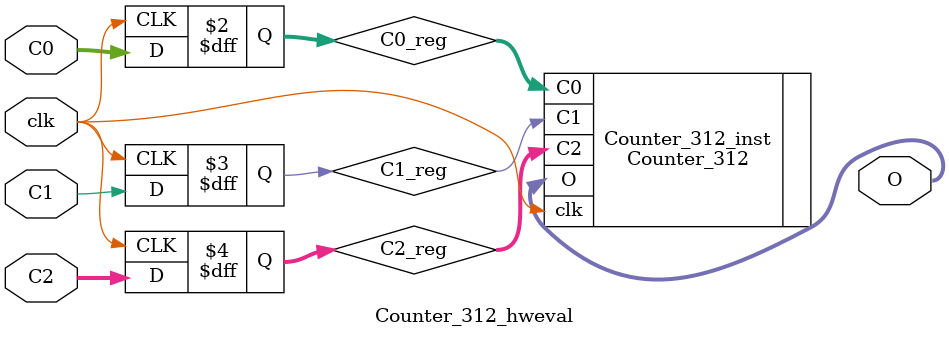
<source format=sv>
`timescale 1ns / 1ps


module Counter_312_hweval(
    input  logic         clk,
    input  logic [1 : 0] C0,
    input  logic         C1,
    input  logic [2 : 0] C2,
    output logic [3 : 0] O
    );

    logic [1 : 0] C0_reg;
    logic         C1_reg;
    logic [2 : 0] C2_reg;

    always_ff @(posedge clk) begin
        C0_reg <= C0;
        C1_reg <= C1;
        C2_reg <= C2;
    end

    Counter_312 #(.OUTREG("TRUE"),
                  .USETNM("COUNTER_312_INST0"),
                  .RLOCNM("X0Y0"),
                  .LEAVEC("TRUE"))
    Counter_312_inst(
        .clk(clk   ),
        .C0 (C0_reg),
        .C1 (C1_reg),
        .C2 (C2_reg),
        .O  (O     ));

endmodule

</source>
